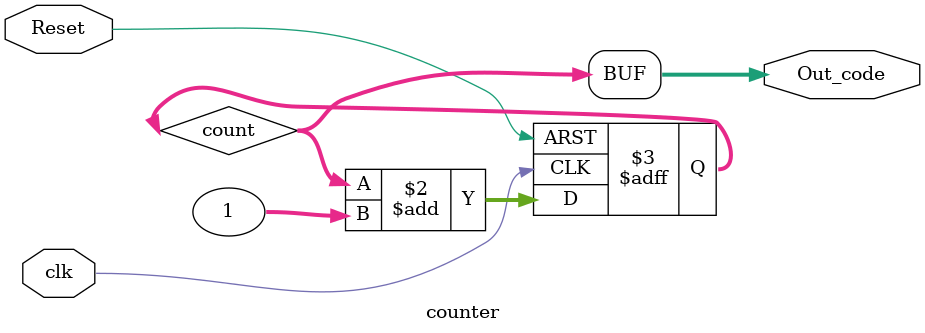
<source format=v>
`timescale 1ps/1fs

module counter(
        output wire [31:0] Out_code,
        input wire clk,
        input wire Reset
);
    reg [31:0] count;

    always @(posedge clk or posedge Reset) begin
        if(Reset)begin
            count <= 0;
        end
        else begin
            count <= count + 32'b1;
        end
    end

    assign Out_code = count;


endmodule

</source>
